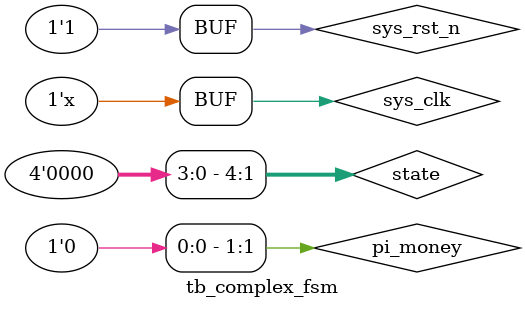
<source format=v>
`timescale  1ns/1ns
module  tb_complex_fsm();
reg     sys_clk     ;
reg     sys_rst_n   ;
reg     pi_one      ;
reg     pi_half     ;
reg     random      ;

wire    po_cola     ; 
wire    po_half     ;

wire    [4:0] state =complex_fsm_inst.state     ;
wire    [1:0] pi_money =complex_fsm_inst.pi_money     ;
  
initial
    begin
        sys_clk     =   1'b1;
        sys_rst_n   <=  1'b0;
        #20
        sys_rst_n   <=  1'b1;    
    end
always #10 sys_clk  =   ~sys_clk;

always@(posedge sys_clk or  negedge sys_rst_n)
    if(sys_rst_n   ==  1'b0)
        random  <=  1'b0;
    else
        random  <=  {$random}%2;

always@(posedge sys_clk or  negedge sys_rst_n)
    if(sys_rst_n   ==  1'b0)
        pi_one  <=  1'b0;
    else
        pi_one  <=  random;
        
always@(posedge sys_clk or  negedge sys_rst_n)
    if(sys_rst_n   ==  1'b0)
        pi_half  <=  1'b0;
    else
        pi_half  <=  ~random;
complex_fsm complex_fsm_inst
(
    .sys_clk   (sys_clk) ,
    .sys_rst_n (sys_rst_n) ,
    .pi_half   (pi_half) ,
    .pi_one    (pi_one) ,
    .po_cola   (po_cola) ,
    .po_half   (po_half)
);
endmodule
</source>
